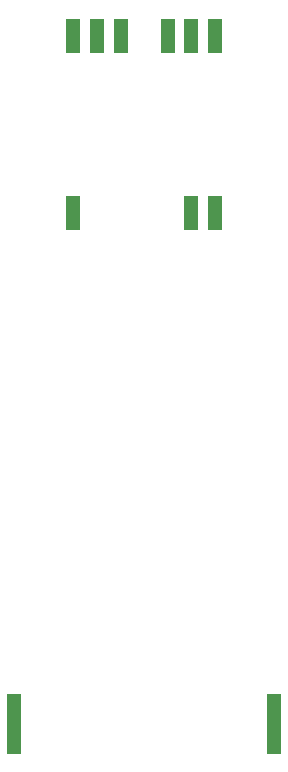
<source format=gbr>
G04 #@! TF.GenerationSoftware,KiCad,Pcbnew,5.1.8-db9833491~87~ubuntu20.04.1*
G04 #@! TF.CreationDate,2020-11-19T21:04:05-07:00*
G04 #@! TF.ProjectId,remote,72656d6f-7465-42e6-9b69-6361645f7063,rev?*
G04 #@! TF.SameCoordinates,Original*
G04 #@! TF.FileFunction,Paste,Bot*
G04 #@! TF.FilePolarity,Positive*
%FSLAX46Y46*%
G04 Gerber Fmt 4.6, Leading zero omitted, Abs format (unit mm)*
G04 Created by KiCad (PCBNEW 5.1.8-db9833491~87~ubuntu20.04.1) date 2020-11-19 21:04:05*
%MOMM*%
%LPD*%
G01*
G04 APERTURE LIST*
%ADD10R,1.270000X5.080000*%
%ADD11R,1.198880X2.999740*%
G04 APERTURE END LIST*
D10*
X57985000Y-107000000D03*
X36015000Y-107000000D03*
D11*
X41000520Y-63798080D03*
X50997960Y-63798080D03*
X52999480Y-63798080D03*
X52999480Y-48801920D03*
X50997960Y-48801920D03*
X48998980Y-48801920D03*
X45001020Y-48801920D03*
X43002040Y-48801920D03*
X41000520Y-48801920D03*
M02*

</source>
